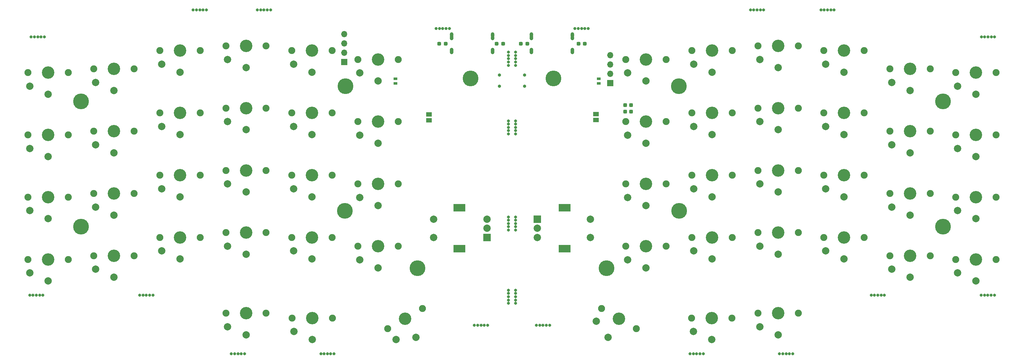
<source format=gts>
G04 #@! TF.GenerationSoftware,KiCad,Pcbnew,(5.99.0-8557-g8988e46ab1)*
G04 #@! TF.CreationDate,2021-01-24T23:32:50-07:00*
G04 #@! TF.ProjectId,Panel,50616e65-6c2e-46b6-9963-61645f706362,rev?*
G04 #@! TF.SameCoordinates,PX85099e0PY51bada0*
G04 #@! TF.FileFunction,Soldermask,Top*
G04 #@! TF.FilePolarity,Negative*
%FSLAX46Y46*%
G04 Gerber Fmt 4.6, Leading zero omitted, Abs format (unit mm)*
G04 Created by KiCad (PCBNEW (5.99.0-8557-g8988e46ab1)) date 2021-01-24 23:32:50*
%MOMM*%
%LPD*%
G01*
G04 APERTURE LIST*
G04 Aperture macros list*
%AMRoundRect*
0 Rectangle with rounded corners*
0 $1 Rounding radius*
0 $2 $3 $4 $5 $6 $7 $8 $9 X,Y pos of 4 corners*
0 Add a 4 corners polygon primitive as box body*
4,1,4,$2,$3,$4,$5,$6,$7,$8,$9,$2,$3,0*
0 Add four circle primitives for the rounded corners*
1,1,$1+$1,$2,$3*
1,1,$1+$1,$4,$5*
1,1,$1+$1,$6,$7*
1,1,$1+$1,$8,$9*
0 Add four rect primitives between the rounded corners*
20,1,$1+$1,$2,$3,$4,$5,0*
20,1,$1+$1,$4,$5,$6,$7,0*
20,1,$1+$1,$6,$7,$8,$9,0*
20,1,$1+$1,$8,$9,$2,$3,0*%
G04 Aperture macros list end*
%ADD10C,1.900000*%
%ADD11C,3.400000*%
%ADD12C,2.000000*%
%ADD13C,0.800000*%
%ADD14R,1.700000X1.700000*%
%ADD15O,1.700000X1.700000*%
%ADD16RoundRect,0.237500X0.287500X0.237500X-0.287500X0.237500X-0.287500X-0.237500X0.287500X-0.237500X0*%
%ADD17C,4.300000*%
%ADD18RoundRect,0.237500X-0.287500X-0.237500X0.287500X-0.237500X0.287500X0.237500X-0.287500X0.237500X0*%
%ADD19R,2.000000X2.000000*%
%ADD20R,3.200000X2.000000*%
%ADD21RoundRect,0.237500X0.237500X-0.300000X0.237500X0.300000X-0.237500X0.300000X-0.237500X-0.300000X0*%
%ADD22C,1.000000*%
%ADD23R,1.000000X0.650000*%
%ADD24C,0.900000*%
%ADD25R,1.550000X1.200000*%
G04 APERTURE END LIST*
D10*
X-85232246Y-6752764D03*
D11*
X-79732246Y-6752764D03*
D10*
X-74232246Y-6752764D03*
D12*
X-84732246Y-10452764D03*
X-79732246Y-12652764D03*
D10*
X-110232246Y-13052764D03*
D11*
X-115732246Y-13052764D03*
D10*
X-121232246Y-13052764D03*
D12*
X-120732246Y-16752764D03*
X-115732246Y-18952764D03*
D13*
X-75732242Y37047236D03*
X-74832242Y37047236D03*
X-73932242Y37047236D03*
X-73032242Y37047236D03*
X-76632242Y37047236D03*
D14*
X-52932246Y22847236D03*
D15*
X-52932246Y25387236D03*
X-52932246Y27927236D03*
X-52932246Y30467236D03*
D13*
X-8117770Y-39452764D03*
X-6217770Y-40352764D03*
X-6217770Y-43052764D03*
X-6217770Y-39452764D03*
X-6217770Y-41252764D03*
X-8117770Y-40352764D03*
X-8117770Y-43052764D03*
X-8117770Y-41252764D03*
X-8117770Y-42152764D03*
X-6217770Y-42152764D03*
D10*
X-56132246Y-47052764D03*
X-67132246Y-47052764D03*
D11*
X-61632246Y-47052764D03*
D12*
X-66632246Y-50752764D03*
X-61632246Y-52952764D03*
D16*
X-3003294Y27822236D03*
X-4753294Y27822236D03*
D10*
X-49232246Y-10452764D03*
X-38232246Y-10452764D03*
D11*
X-43732246Y-10452764D03*
D12*
X-48732246Y-14152764D03*
X-43732246Y-16352764D03*
D13*
X78892678Y37028565D03*
X77992678Y37028565D03*
X79792678Y37028565D03*
X80692678Y37028565D03*
X77092678Y37028565D03*
D10*
X41796706Y-47052764D03*
D11*
X47296706Y-47052764D03*
D10*
X52796706Y-47052764D03*
D12*
X42296706Y-50752764D03*
X47296706Y-52952764D03*
D10*
X-103232246Y-25052764D03*
D11*
X-97732246Y-25052764D03*
D10*
X-92232246Y-25052764D03*
D12*
X-102732246Y-28752764D03*
X-97732246Y-30952764D03*
D11*
X47396706Y25947236D03*
D10*
X52896706Y25947236D03*
X41896706Y25947236D03*
D12*
X42396706Y22247236D03*
X47396706Y20047236D03*
D17*
X38396706Y-17777764D03*
D10*
X113896706Y-14052764D03*
D11*
X119396706Y-14052764D03*
D10*
X124896706Y-14052764D03*
D12*
X114396706Y-17752764D03*
X119396706Y-19952764D03*
D18*
X-27032246Y27847236D03*
X-25282246Y27847236D03*
D11*
X-97732246Y-8052764D03*
D10*
X-103232246Y-8052764D03*
X-92232246Y-8052764D03*
D12*
X-102732246Y-11752764D03*
X-97732246Y-13952764D03*
D10*
X-110232246Y20947236D03*
D11*
X-115732246Y20947236D03*
D10*
X-121232246Y20947236D03*
D12*
X-120732246Y17247236D03*
X-115732246Y15047236D03*
D10*
X34896706Y6547236D03*
D11*
X29396706Y6547236D03*
D10*
X23896706Y6547236D03*
D12*
X24396706Y2847236D03*
X29396706Y647236D03*
D10*
X-128232246Y2947236D03*
X-139232246Y2947236D03*
D11*
X-133732246Y2947236D03*
D12*
X-138732246Y-752764D03*
X-133732246Y-2952764D03*
D10*
X77896706Y-8052764D03*
D11*
X83396706Y-8052764D03*
D10*
X88896706Y-8052764D03*
D12*
X78396706Y-11752764D03*
X83396706Y-13952764D03*
D13*
X-107835048Y-40852764D03*
X-106035048Y-40852764D03*
X-108735048Y-40852764D03*
X-105135048Y-40852764D03*
X-106935048Y-40852764D03*
D11*
X-61732246Y25947236D03*
D10*
X-56232246Y25947236D03*
X-67232246Y25947236D03*
D12*
X-66732246Y22247236D03*
X-61732246Y20047236D03*
D17*
X18621706Y-33452764D03*
D11*
X-79732246Y-45752764D03*
D10*
X-74232246Y-45752764D03*
X-85232246Y-45752764D03*
D12*
X-84732246Y-49452764D03*
X-79732246Y-51652764D03*
D13*
X12707230Y31947236D03*
X10907230Y31947236D03*
X11807230Y31947236D03*
X10007230Y31947236D03*
X13607230Y31947236D03*
D10*
X-139232246Y19947236D03*
D11*
X-133732246Y19947236D03*
D10*
X-128232246Y19947236D03*
D12*
X-138732246Y16247236D03*
X-133732246Y14047236D03*
D17*
X110396706Y-22077764D03*
D13*
X-15621030Y-49030005D03*
X-17421030Y-49030005D03*
X-14721030Y-49030005D03*
X-13821030Y-49030005D03*
X-16521030Y-49030005D03*
D11*
X29396706Y-10452764D03*
D10*
X34896706Y-10452764D03*
X23896706Y-10452764D03*
D12*
X24396706Y-14152764D03*
X29396706Y-16352764D03*
D10*
X-41095386Y-50002764D03*
D11*
X-36332246Y-47252764D03*
D10*
X-31569106Y-44502764D03*
D12*
X-38812373Y-52957058D03*
X-33382246Y-52362314D03*
D13*
X-93232242Y37047236D03*
X-94132242Y37047236D03*
X-92332242Y37047236D03*
X-90532242Y37047236D03*
X-91432242Y37047236D03*
D10*
X23896706Y23547236D03*
D11*
X29396706Y23547236D03*
D10*
X34896706Y23547236D03*
D12*
X24396706Y19847236D03*
X29396706Y17647236D03*
D11*
X-61732246Y-25052764D03*
D10*
X-56232246Y-25052764D03*
X-67232246Y-25052764D03*
D12*
X-66732246Y-28752764D03*
X-61732246Y-30952764D03*
D10*
X70896706Y-23752764D03*
X59896706Y-23752764D03*
D11*
X65396706Y-23752764D03*
D12*
X60396706Y-27452764D03*
X65396706Y-29652764D03*
D10*
X88896706Y-25052764D03*
D11*
X83396706Y-25052764D03*
D10*
X77896706Y-25052764D03*
D12*
X78396706Y-28752764D03*
X83396706Y-30952764D03*
D11*
X-43732246Y6547236D03*
D10*
X-38232246Y6547236D03*
X-49232246Y6547236D03*
D12*
X-48732246Y2847236D03*
X-43732246Y647236D03*
D10*
X-49232246Y-27452764D03*
D11*
X-43732246Y-27452764D03*
D10*
X-38232246Y-27452764D03*
D12*
X-48732246Y-31152764D03*
X-43732246Y-33352764D03*
D13*
X59658864Y37028565D03*
X58758864Y37028565D03*
X61458864Y37028565D03*
X57858864Y37028565D03*
X60558864Y37028565D03*
D19*
X-14032246Y-25052764D03*
D12*
X-14032246Y-20052764D03*
X-14032246Y-22552764D03*
D20*
X-21532246Y-28152764D03*
X-21532246Y-16952764D03*
D12*
X-28532246Y-20052764D03*
X-28532246Y-25052764D03*
D11*
X47396706Y-25052764D03*
D10*
X52896706Y-25052764D03*
X41896706Y-25052764D03*
D12*
X42396706Y-28752764D03*
X47396706Y-30952764D03*
D16*
X12696706Y27847236D03*
X10946706Y27847236D03*
D10*
X-74232246Y-23752764D03*
D11*
X-79732246Y-23752764D03*
D10*
X-85232246Y-23752764D03*
D12*
X-84732246Y-27452764D03*
X-79732246Y-29652764D03*
D11*
X101396706Y3947236D03*
D10*
X95896706Y3947236D03*
X106896706Y3947236D03*
D12*
X96396706Y247236D03*
X101396706Y-1952764D03*
D11*
X-97732246Y25947236D03*
D10*
X-103232246Y25947236D03*
X-92232246Y25947236D03*
D12*
X-102732246Y22247236D03*
X-97732246Y20047236D03*
D17*
X38296706Y16222236D03*
D10*
X59896706Y10247236D03*
D11*
X65396706Y10247236D03*
D10*
X70896706Y10247236D03*
D12*
X60396706Y6547236D03*
X65396706Y4347236D03*
D13*
X124457703Y29713221D03*
X122657703Y29713221D03*
X121757703Y29713221D03*
X123557703Y29713221D03*
X120857703Y29713221D03*
D10*
X41896706Y-8052764D03*
D11*
X47396706Y-8052764D03*
D10*
X52896706Y-8052764D03*
D12*
X42396706Y-11752764D03*
X47396706Y-13952764D03*
D11*
X101396706Y-13052764D03*
D10*
X95896706Y-13052764D03*
X106896706Y-13052764D03*
D12*
X96396706Y-16752764D03*
X101396706Y-18952764D03*
D13*
X-6217770Y3197236D03*
X-8117770Y4097236D03*
X-6217770Y6797236D03*
X-8117770Y3197236D03*
X-8117770Y5897236D03*
X-6217770Y4097236D03*
X-8117770Y6797236D03*
X-8117770Y4997236D03*
X-6217770Y5897236D03*
X-6217770Y4997236D03*
D10*
X34896706Y-27452764D03*
D11*
X29396706Y-27452764D03*
D10*
X23896706Y-27452764D03*
D12*
X24396706Y-31152764D03*
X29396706Y-33352764D03*
D21*
X23659206Y9334736D03*
X23659206Y11059736D03*
X25296706Y9334736D03*
X25296706Y11059736D03*
D13*
X-8117770Y23747236D03*
X-6217770Y22847236D03*
X-8117770Y22847236D03*
X-8117770Y21947236D03*
X-6217770Y25547236D03*
X-6217770Y23747236D03*
X-8117770Y25547236D03*
X-6217770Y24647236D03*
X-8117770Y24647236D03*
X-6217770Y21947236D03*
D10*
X-139232246Y-14052764D03*
D11*
X-133732246Y-14052764D03*
D10*
X-128232246Y-14052764D03*
D12*
X-138732246Y-17752764D03*
X-133732246Y-19952764D03*
D10*
X113896706Y2947236D03*
X124896706Y2947236D03*
D11*
X119396706Y2947236D03*
D12*
X114396706Y-752764D03*
X119396706Y-2952764D03*
D11*
X-61732246Y-8052764D03*
D10*
X-67232246Y-8052764D03*
X-56232246Y-8052764D03*
D12*
X-66732246Y-11752764D03*
X-61732246Y-13952764D03*
D13*
X-8117770Y-22152764D03*
X-8117770Y-21252764D03*
X-6217770Y-20352764D03*
X-6217770Y-22152764D03*
X-8117770Y-23052764D03*
X-6217770Y-19452764D03*
X-8117770Y-19452764D03*
X-8117770Y-20352764D03*
X-6217770Y-21252764D03*
X-6217770Y-23052764D03*
D17*
X4121706Y18347236D03*
D13*
X-27867770Y31947236D03*
X-26967770Y31947236D03*
X-25167770Y31947236D03*
X-24267770Y31947236D03*
X-26067770Y31947236D03*
X-138735048Y-40852764D03*
X-136035048Y-40852764D03*
X-136935048Y-40852764D03*
X-137835048Y-40852764D03*
X-135135048Y-40852764D03*
X-134743243Y29713221D03*
X-135643243Y29713221D03*
X-136543243Y29713221D03*
X-138343243Y29713221D03*
X-137443243Y29713221D03*
D11*
X65396706Y-6752764D03*
D10*
X70896706Y-6752764D03*
X59896706Y-6752764D03*
D12*
X60396706Y-10452764D03*
X65396706Y-12652764D03*
D11*
X47396706Y8947236D03*
D10*
X52896706Y8947236D03*
X41896706Y8947236D03*
D12*
X42396706Y5247236D03*
X47396706Y3047236D03*
D18*
X-11332246Y27822236D03*
X-9582246Y27822236D03*
D10*
X77896706Y25947236D03*
X88896706Y25947236D03*
D11*
X83396706Y25947236D03*
D12*
X78396706Y22247236D03*
X83396706Y20047236D03*
D13*
X-82835048Y-56852763D03*
X-81935048Y-56852763D03*
X-83735048Y-56852763D03*
X-81035048Y-56852763D03*
X-80135048Y-56852763D03*
D10*
X95896706Y-30052764D03*
D11*
X101396706Y-30052764D03*
D10*
X106896706Y-30052764D03*
D12*
X96396706Y-33752764D03*
X101396706Y-35952764D03*
D17*
X110396706Y12122236D03*
D13*
X-58424221Y-56852763D03*
X-56624221Y-56852763D03*
X-55724221Y-56852763D03*
X-57524221Y-56852763D03*
X-59324221Y-56852763D03*
D10*
X-56232246Y8947236D03*
X-67232246Y8947236D03*
D11*
X-61732246Y8947236D03*
D12*
X-66732246Y5247236D03*
X-61732246Y3047236D03*
D10*
X124896706Y-31052764D03*
D11*
X119396706Y-31052764D03*
D10*
X113896706Y-31052764D03*
D12*
X114396706Y-34752764D03*
X119396706Y-36952764D03*
D11*
X-115732246Y3947236D03*
D10*
X-110232246Y3947236D03*
X-121232246Y3947236D03*
D12*
X-120732246Y247236D03*
X-115732246Y-1952764D03*
D10*
X106896706Y20947236D03*
D11*
X101396706Y20947236D03*
D10*
X95896706Y20947236D03*
D12*
X96396706Y17247236D03*
X101396706Y15047236D03*
D10*
X-49232246Y23547236D03*
D11*
X-43732246Y23547236D03*
D10*
X-38232246Y23547236D03*
D12*
X-48732246Y19847236D03*
X-43732246Y17647236D03*
D10*
X-139232246Y-31052764D03*
D11*
X-133732246Y-31052764D03*
D10*
X-128232246Y-31052764D03*
D12*
X-138732246Y-34752764D03*
X-133732246Y-36952764D03*
D10*
X59896706Y27247236D03*
X70896706Y27247236D03*
D11*
X65396706Y27247236D03*
D12*
X60396706Y23547236D03*
X65396706Y21347236D03*
D10*
X113896706Y19947236D03*
X124896706Y19947236D03*
D11*
X119396706Y19947236D03*
D12*
X114396706Y16247236D03*
X119396706Y14047236D03*
D10*
X-103232246Y8947236D03*
X-92232246Y8947236D03*
D11*
X-97732246Y8947236D03*
D12*
X-102732246Y5247236D03*
X-97732246Y3047236D03*
D10*
X77896706Y8947236D03*
X88896706Y8947236D03*
D11*
X83396706Y8947236D03*
D12*
X78396706Y5247236D03*
X83396706Y3047236D03*
D10*
X-74232246Y10247236D03*
D11*
X-79732246Y10247236D03*
D10*
X-85232246Y10247236D03*
D12*
X-84732246Y6547236D03*
X-79732246Y4347236D03*
D19*
X-303294Y-20052764D03*
D12*
X-303294Y-25052764D03*
X-303294Y-22552764D03*
D20*
X7196706Y-28152764D03*
X7196706Y-16952764D03*
D12*
X14196706Y-25052764D03*
X14196706Y-20052764D03*
D10*
X-74232246Y27247236D03*
D11*
X-79732246Y27247236D03*
D10*
X-85232246Y27247236D03*
D12*
X-84732246Y23547236D03*
X-79732246Y21347236D03*
D10*
X-110232246Y-30052764D03*
X-121232246Y-30052764D03*
D11*
X-115732246Y-30052764D03*
D12*
X-120732246Y-33752764D03*
X-115732246Y-35952764D03*
D10*
X17233566Y-44502764D03*
D11*
X21996706Y-47252764D03*
D10*
X26759846Y-50002764D03*
D12*
X15816579Y-47957058D03*
X19046706Y-52362314D03*
D11*
X65396706Y-45752764D03*
D10*
X59896706Y-45752764D03*
X70896706Y-45752764D03*
D12*
X60396706Y-49452764D03*
X65396706Y-51652764D03*
D13*
X1285490Y-49021387D03*
X3085490Y-49021387D03*
X385490Y-49021387D03*
X-514510Y-49021387D03*
X2185490Y-49021387D03*
X93499508Y-40844146D03*
X91699508Y-40844146D03*
X94399508Y-40844146D03*
X90799508Y-40844146D03*
X92599508Y-40844146D03*
D22*
X-12457246Y26253236D03*
X-23607846Y25990536D03*
X-23607546Y29902136D03*
X-23607846Y26253236D03*
X-12456946Y29571936D03*
X-12457246Y25990536D03*
X-12457246Y25491236D03*
X-23607546Y29559236D03*
X-12456946Y30219636D03*
X-23607246Y30486336D03*
X-12456946Y29279836D03*
X-23607546Y25736536D03*
X-12456946Y29914836D03*
X-12456946Y25736536D03*
X-23607546Y30206936D03*
X-23607846Y25491236D03*
X-23607546Y29267136D03*
X-12456646Y30499036D03*
D17*
X-18457246Y18347236D03*
D23*
X-38934201Y16979236D03*
X-38934201Y18249236D03*
D24*
X-3728294Y19247236D03*
X-3728294Y16247236D03*
D17*
X-124732246Y12122236D03*
D13*
X68499508Y-56844145D03*
X67599508Y-56844145D03*
X69399508Y-56844145D03*
X66699508Y-56844145D03*
X65799508Y-56844145D03*
D24*
X-10607246Y16247236D03*
X-10607246Y19247236D03*
D17*
X-52632246Y16222236D03*
D13*
X124399508Y-40844146D03*
X121699508Y-40844146D03*
X122599508Y-40844146D03*
X123499508Y-40844146D03*
X120799508Y-40844146D03*
D23*
X16516661Y16979236D03*
X16516661Y18249236D03*
D17*
X-124732246Y-22077764D03*
D25*
X15721706Y8597236D03*
X15721706Y6997236D03*
D14*
X19621706Y17047236D03*
D15*
X19621706Y19587236D03*
X19621706Y22127236D03*
X19621706Y24667236D03*
D17*
X-52732246Y-17777764D03*
D25*
X-29782246Y6947236D03*
X-29782246Y8547236D03*
D17*
X-32957246Y-33452764D03*
D13*
X44088681Y-56844145D03*
X42288681Y-56844145D03*
X41388681Y-56844145D03*
X43188681Y-56844145D03*
X44988681Y-56844145D03*
D22*
X-1878594Y29902136D03*
X-1878894Y26253236D03*
X9272006Y30219636D03*
X9272006Y25736536D03*
X9272006Y29914836D03*
X-1878894Y25491236D03*
X9271706Y25990536D03*
X-1878594Y29267136D03*
X9272006Y29279836D03*
X-1878594Y25736536D03*
X9272006Y29571936D03*
X-1878294Y30486336D03*
X9271706Y26253236D03*
X-1878594Y29559236D03*
X-1878594Y30206936D03*
X-1878894Y25990536D03*
X9272306Y30499036D03*
X9271706Y25491236D03*
M02*

</source>
